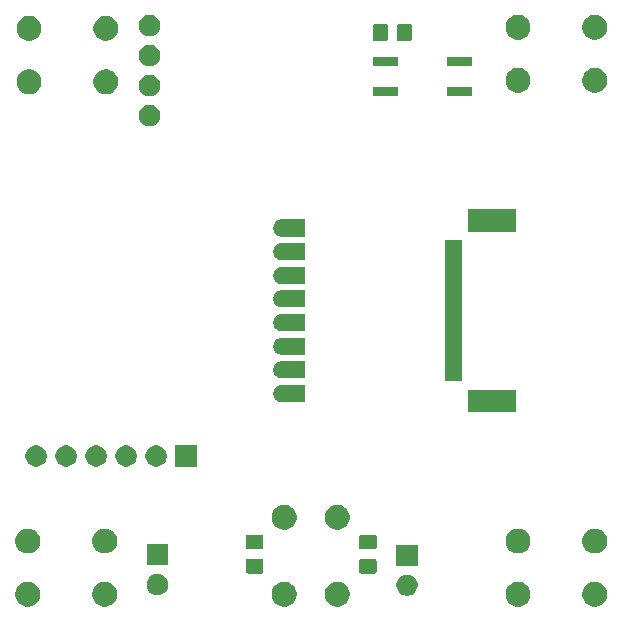
<source format=gbr>
G04 #@! TF.GenerationSoftware,KiCad,Pcbnew,(5.1.5-0-10_14)*
G04 #@! TF.CreationDate,2020-10-05T09:51:41+02:00*
G04 #@! TF.ProjectId,HB-RC-4-Dis-TH,48422d52-432d-4342-9d44-69732d54482e,rev?*
G04 #@! TF.SameCoordinates,Original*
G04 #@! TF.FileFunction,Soldermask,Top*
G04 #@! TF.FilePolarity,Negative*
%FSLAX46Y46*%
G04 Gerber Fmt 4.6, Leading zero omitted, Abs format (unit mm)*
G04 Created by KiCad (PCBNEW (5.1.5-0-10_14)) date 2020-10-05 09:51:41*
%MOMM*%
%LPD*%
G04 APERTURE LIST*
%ADD10C,0.100000*%
G04 APERTURE END LIST*
D10*
G36*
X63646564Y-61919389D02*
G01*
X63837833Y-61998615D01*
X63837835Y-61998616D01*
X63961517Y-62081258D01*
X64009973Y-62113635D01*
X64156365Y-62260027D01*
X64271385Y-62432167D01*
X64350611Y-62623436D01*
X64391000Y-62826484D01*
X64391000Y-63033516D01*
X64350611Y-63236564D01*
X64271385Y-63427833D01*
X64271384Y-63427835D01*
X64156365Y-63599973D01*
X64009973Y-63746365D01*
X63837835Y-63861384D01*
X63837834Y-63861385D01*
X63837833Y-63861385D01*
X63646564Y-63940611D01*
X63443516Y-63981000D01*
X63236484Y-63981000D01*
X63033436Y-63940611D01*
X62842167Y-63861385D01*
X62842166Y-63861385D01*
X62842165Y-63861384D01*
X62670027Y-63746365D01*
X62523635Y-63599973D01*
X62408616Y-63427835D01*
X62408615Y-63427833D01*
X62329389Y-63236564D01*
X62289000Y-63033516D01*
X62289000Y-62826484D01*
X62329389Y-62623436D01*
X62408615Y-62432167D01*
X62523635Y-62260027D01*
X62670027Y-62113635D01*
X62718483Y-62081258D01*
X62842165Y-61998616D01*
X62842167Y-61998615D01*
X63033436Y-61919389D01*
X63236484Y-61879000D01*
X63443516Y-61879000D01*
X63646564Y-61919389D01*
G37*
G36*
X57146564Y-61919389D02*
G01*
X57337833Y-61998615D01*
X57337835Y-61998616D01*
X57461517Y-62081258D01*
X57509973Y-62113635D01*
X57656365Y-62260027D01*
X57771385Y-62432167D01*
X57850611Y-62623436D01*
X57891000Y-62826484D01*
X57891000Y-63033516D01*
X57850611Y-63236564D01*
X57771385Y-63427833D01*
X57771384Y-63427835D01*
X57656365Y-63599973D01*
X57509973Y-63746365D01*
X57337835Y-63861384D01*
X57337834Y-63861385D01*
X57337833Y-63861385D01*
X57146564Y-63940611D01*
X56943516Y-63981000D01*
X56736484Y-63981000D01*
X56533436Y-63940611D01*
X56342167Y-63861385D01*
X56342166Y-63861385D01*
X56342165Y-63861384D01*
X56170027Y-63746365D01*
X56023635Y-63599973D01*
X55908616Y-63427835D01*
X55908615Y-63427833D01*
X55829389Y-63236564D01*
X55789000Y-63033516D01*
X55789000Y-62826484D01*
X55829389Y-62623436D01*
X55908615Y-62432167D01*
X56023635Y-62260027D01*
X56170027Y-62113635D01*
X56218483Y-62081258D01*
X56342165Y-61998616D01*
X56342167Y-61998615D01*
X56533436Y-61919389D01*
X56736484Y-61879000D01*
X56943516Y-61879000D01*
X57146564Y-61919389D01*
G37*
G36*
X41846564Y-61919389D02*
G01*
X42037833Y-61998615D01*
X42037835Y-61998616D01*
X42161517Y-62081258D01*
X42209973Y-62113635D01*
X42356365Y-62260027D01*
X42471385Y-62432167D01*
X42550611Y-62623436D01*
X42591000Y-62826484D01*
X42591000Y-63033516D01*
X42550611Y-63236564D01*
X42471385Y-63427833D01*
X42471384Y-63427835D01*
X42356365Y-63599973D01*
X42209973Y-63746365D01*
X42037835Y-63861384D01*
X42037834Y-63861385D01*
X42037833Y-63861385D01*
X41846564Y-63940611D01*
X41643516Y-63981000D01*
X41436484Y-63981000D01*
X41233436Y-63940611D01*
X41042167Y-63861385D01*
X41042166Y-63861385D01*
X41042165Y-63861384D01*
X40870027Y-63746365D01*
X40723635Y-63599973D01*
X40608616Y-63427835D01*
X40608615Y-63427833D01*
X40529389Y-63236564D01*
X40489000Y-63033516D01*
X40489000Y-62826484D01*
X40529389Y-62623436D01*
X40608615Y-62432167D01*
X40723635Y-62260027D01*
X40870027Y-62113635D01*
X40918483Y-62081258D01*
X41042165Y-61998616D01*
X41042167Y-61998615D01*
X41233436Y-61919389D01*
X41436484Y-61879000D01*
X41643516Y-61879000D01*
X41846564Y-61919389D01*
G37*
G36*
X37346564Y-61919389D02*
G01*
X37537833Y-61998615D01*
X37537835Y-61998616D01*
X37661517Y-62081258D01*
X37709973Y-62113635D01*
X37856365Y-62260027D01*
X37971385Y-62432167D01*
X38050611Y-62623436D01*
X38091000Y-62826484D01*
X38091000Y-63033516D01*
X38050611Y-63236564D01*
X37971385Y-63427833D01*
X37971384Y-63427835D01*
X37856365Y-63599973D01*
X37709973Y-63746365D01*
X37537835Y-63861384D01*
X37537834Y-63861385D01*
X37537833Y-63861385D01*
X37346564Y-63940611D01*
X37143516Y-63981000D01*
X36936484Y-63981000D01*
X36733436Y-63940611D01*
X36542167Y-63861385D01*
X36542166Y-63861385D01*
X36542165Y-63861384D01*
X36370027Y-63746365D01*
X36223635Y-63599973D01*
X36108616Y-63427835D01*
X36108615Y-63427833D01*
X36029389Y-63236564D01*
X35989000Y-63033516D01*
X35989000Y-62826484D01*
X36029389Y-62623436D01*
X36108615Y-62432167D01*
X36223635Y-62260027D01*
X36370027Y-62113635D01*
X36418483Y-62081258D01*
X36542165Y-61998616D01*
X36542167Y-61998615D01*
X36733436Y-61919389D01*
X36936484Y-61879000D01*
X37143516Y-61879000D01*
X37346564Y-61919389D01*
G37*
G36*
X22146564Y-61919389D02*
G01*
X22337833Y-61998615D01*
X22337835Y-61998616D01*
X22461517Y-62081258D01*
X22509973Y-62113635D01*
X22656365Y-62260027D01*
X22771385Y-62432167D01*
X22850611Y-62623436D01*
X22891000Y-62826484D01*
X22891000Y-63033516D01*
X22850611Y-63236564D01*
X22771385Y-63427833D01*
X22771384Y-63427835D01*
X22656365Y-63599973D01*
X22509973Y-63746365D01*
X22337835Y-63861384D01*
X22337834Y-63861385D01*
X22337833Y-63861385D01*
X22146564Y-63940611D01*
X21943516Y-63981000D01*
X21736484Y-63981000D01*
X21533436Y-63940611D01*
X21342167Y-63861385D01*
X21342166Y-63861385D01*
X21342165Y-63861384D01*
X21170027Y-63746365D01*
X21023635Y-63599973D01*
X20908616Y-63427835D01*
X20908615Y-63427833D01*
X20829389Y-63236564D01*
X20789000Y-63033516D01*
X20789000Y-62826484D01*
X20829389Y-62623436D01*
X20908615Y-62432167D01*
X21023635Y-62260027D01*
X21170027Y-62113635D01*
X21218483Y-62081258D01*
X21342165Y-61998616D01*
X21342167Y-61998615D01*
X21533436Y-61919389D01*
X21736484Y-61879000D01*
X21943516Y-61879000D01*
X22146564Y-61919389D01*
G37*
G36*
X15646564Y-61919389D02*
G01*
X15837833Y-61998615D01*
X15837835Y-61998616D01*
X15961517Y-62081258D01*
X16009973Y-62113635D01*
X16156365Y-62260027D01*
X16271385Y-62432167D01*
X16350611Y-62623436D01*
X16391000Y-62826484D01*
X16391000Y-63033516D01*
X16350611Y-63236564D01*
X16271385Y-63427833D01*
X16271384Y-63427835D01*
X16156365Y-63599973D01*
X16009973Y-63746365D01*
X15837835Y-63861384D01*
X15837834Y-63861385D01*
X15837833Y-63861385D01*
X15646564Y-63940611D01*
X15443516Y-63981000D01*
X15236484Y-63981000D01*
X15033436Y-63940611D01*
X14842167Y-63861385D01*
X14842166Y-63861385D01*
X14842165Y-63861384D01*
X14670027Y-63746365D01*
X14523635Y-63599973D01*
X14408616Y-63427835D01*
X14408615Y-63427833D01*
X14329389Y-63236564D01*
X14289000Y-63033516D01*
X14289000Y-62826484D01*
X14329389Y-62623436D01*
X14408615Y-62432167D01*
X14523635Y-62260027D01*
X14670027Y-62113635D01*
X14718483Y-62081258D01*
X14842165Y-61998616D01*
X14842167Y-61998615D01*
X15033436Y-61919389D01*
X15236484Y-61879000D01*
X15443516Y-61879000D01*
X15646564Y-61919389D01*
G37*
G36*
X47553512Y-61273927D02*
G01*
X47702812Y-61303624D01*
X47866784Y-61371544D01*
X48014354Y-61470147D01*
X48139853Y-61595646D01*
X48238456Y-61743216D01*
X48306376Y-61907188D01*
X48341000Y-62081259D01*
X48341000Y-62258741D01*
X48306376Y-62432812D01*
X48238456Y-62596784D01*
X48139853Y-62744354D01*
X48014354Y-62869853D01*
X47866784Y-62968456D01*
X47702812Y-63036376D01*
X47553512Y-63066073D01*
X47528742Y-63071000D01*
X47351258Y-63071000D01*
X47326488Y-63066073D01*
X47177188Y-63036376D01*
X47013216Y-62968456D01*
X46865646Y-62869853D01*
X46740147Y-62744354D01*
X46641544Y-62596784D01*
X46573624Y-62432812D01*
X46539000Y-62258741D01*
X46539000Y-62081259D01*
X46573624Y-61907188D01*
X46641544Y-61743216D01*
X46740147Y-61595646D01*
X46865646Y-61470147D01*
X47013216Y-61371544D01*
X47177188Y-61303624D01*
X47326488Y-61273927D01*
X47351258Y-61269000D01*
X47528742Y-61269000D01*
X47553512Y-61273927D01*
G37*
G36*
X26413512Y-61233927D02*
G01*
X26562812Y-61263624D01*
X26726784Y-61331544D01*
X26874354Y-61430147D01*
X26999853Y-61555646D01*
X27098456Y-61703216D01*
X27166376Y-61867188D01*
X27201000Y-62041259D01*
X27201000Y-62218741D01*
X27166376Y-62392812D01*
X27098456Y-62556784D01*
X26999853Y-62704354D01*
X26874354Y-62829853D01*
X26726784Y-62928456D01*
X26562812Y-62996376D01*
X26413512Y-63026073D01*
X26388742Y-63031000D01*
X26211258Y-63031000D01*
X26186488Y-63026073D01*
X26037188Y-62996376D01*
X25873216Y-62928456D01*
X25725646Y-62829853D01*
X25600147Y-62704354D01*
X25501544Y-62556784D01*
X25433624Y-62392812D01*
X25399000Y-62218741D01*
X25399000Y-62041259D01*
X25433624Y-61867188D01*
X25501544Y-61703216D01*
X25600147Y-61555646D01*
X25725646Y-61430147D01*
X25873216Y-61331544D01*
X26037188Y-61263624D01*
X26186488Y-61233927D01*
X26211258Y-61229000D01*
X26388742Y-61229000D01*
X26413512Y-61233927D01*
G37*
G36*
X35128674Y-59933465D02*
G01*
X35166367Y-59944899D01*
X35201103Y-59963466D01*
X35231548Y-59988452D01*
X35256534Y-60018897D01*
X35275101Y-60053633D01*
X35286535Y-60091326D01*
X35291000Y-60136661D01*
X35291000Y-60973339D01*
X35286535Y-61018674D01*
X35275101Y-61056367D01*
X35256534Y-61091103D01*
X35231548Y-61121548D01*
X35201103Y-61146534D01*
X35166367Y-61165101D01*
X35128674Y-61176535D01*
X35083339Y-61181000D01*
X33996661Y-61181000D01*
X33951326Y-61176535D01*
X33913633Y-61165101D01*
X33878897Y-61146534D01*
X33848452Y-61121548D01*
X33823466Y-61091103D01*
X33804899Y-61056367D01*
X33793465Y-61018674D01*
X33789000Y-60973339D01*
X33789000Y-60136661D01*
X33793465Y-60091326D01*
X33804899Y-60053633D01*
X33823466Y-60018897D01*
X33848452Y-59988452D01*
X33878897Y-59963466D01*
X33913633Y-59944899D01*
X33951326Y-59933465D01*
X33996661Y-59929000D01*
X35083339Y-59929000D01*
X35128674Y-59933465D01*
G37*
G36*
X44708674Y-59933465D02*
G01*
X44746367Y-59944899D01*
X44781103Y-59963466D01*
X44811548Y-59988452D01*
X44836534Y-60018897D01*
X44855101Y-60053633D01*
X44866535Y-60091326D01*
X44871000Y-60136661D01*
X44871000Y-60973339D01*
X44866535Y-61018674D01*
X44855101Y-61056367D01*
X44836534Y-61091103D01*
X44811548Y-61121548D01*
X44781103Y-61146534D01*
X44746367Y-61165101D01*
X44708674Y-61176535D01*
X44663339Y-61181000D01*
X43576661Y-61181000D01*
X43531326Y-61176535D01*
X43493633Y-61165101D01*
X43458897Y-61146534D01*
X43428452Y-61121548D01*
X43403466Y-61091103D01*
X43384899Y-61056367D01*
X43373465Y-61018674D01*
X43369000Y-60973339D01*
X43369000Y-60136661D01*
X43373465Y-60091326D01*
X43384899Y-60053633D01*
X43403466Y-60018897D01*
X43428452Y-59988452D01*
X43458897Y-59963466D01*
X43493633Y-59944899D01*
X43531326Y-59933465D01*
X43576661Y-59929000D01*
X44663339Y-59929000D01*
X44708674Y-59933465D01*
G37*
G36*
X48341000Y-60531000D02*
G01*
X46539000Y-60531000D01*
X46539000Y-58729000D01*
X48341000Y-58729000D01*
X48341000Y-60531000D01*
G37*
G36*
X27201000Y-60491000D02*
G01*
X25399000Y-60491000D01*
X25399000Y-58689000D01*
X27201000Y-58689000D01*
X27201000Y-60491000D01*
G37*
G36*
X15646564Y-57419389D02*
G01*
X15837833Y-57498615D01*
X15837835Y-57498616D01*
X16009973Y-57613635D01*
X16156365Y-57760027D01*
X16258890Y-57913466D01*
X16271385Y-57932167D01*
X16350611Y-58123436D01*
X16391000Y-58326484D01*
X16391000Y-58533516D01*
X16350611Y-58736564D01*
X16299968Y-58858827D01*
X16271384Y-58927835D01*
X16156365Y-59099973D01*
X16009973Y-59246365D01*
X15837835Y-59361384D01*
X15837834Y-59361385D01*
X15837833Y-59361385D01*
X15646564Y-59440611D01*
X15443516Y-59481000D01*
X15236484Y-59481000D01*
X15033436Y-59440611D01*
X14842167Y-59361385D01*
X14842166Y-59361385D01*
X14842165Y-59361384D01*
X14670027Y-59246365D01*
X14523635Y-59099973D01*
X14408616Y-58927835D01*
X14380032Y-58858827D01*
X14329389Y-58736564D01*
X14289000Y-58533516D01*
X14289000Y-58326484D01*
X14329389Y-58123436D01*
X14408615Y-57932167D01*
X14421111Y-57913466D01*
X14523635Y-57760027D01*
X14670027Y-57613635D01*
X14842165Y-57498616D01*
X14842167Y-57498615D01*
X15033436Y-57419389D01*
X15236484Y-57379000D01*
X15443516Y-57379000D01*
X15646564Y-57419389D01*
G37*
G36*
X22146564Y-57419389D02*
G01*
X22337833Y-57498615D01*
X22337835Y-57498616D01*
X22509973Y-57613635D01*
X22656365Y-57760027D01*
X22758890Y-57913466D01*
X22771385Y-57932167D01*
X22850611Y-58123436D01*
X22891000Y-58326484D01*
X22891000Y-58533516D01*
X22850611Y-58736564D01*
X22799968Y-58858827D01*
X22771384Y-58927835D01*
X22656365Y-59099973D01*
X22509973Y-59246365D01*
X22337835Y-59361384D01*
X22337834Y-59361385D01*
X22337833Y-59361385D01*
X22146564Y-59440611D01*
X21943516Y-59481000D01*
X21736484Y-59481000D01*
X21533436Y-59440611D01*
X21342167Y-59361385D01*
X21342166Y-59361385D01*
X21342165Y-59361384D01*
X21170027Y-59246365D01*
X21023635Y-59099973D01*
X20908616Y-58927835D01*
X20880032Y-58858827D01*
X20829389Y-58736564D01*
X20789000Y-58533516D01*
X20789000Y-58326484D01*
X20829389Y-58123436D01*
X20908615Y-57932167D01*
X20921111Y-57913466D01*
X21023635Y-57760027D01*
X21170027Y-57613635D01*
X21342165Y-57498616D01*
X21342167Y-57498615D01*
X21533436Y-57419389D01*
X21736484Y-57379000D01*
X21943516Y-57379000D01*
X22146564Y-57419389D01*
G37*
G36*
X57146564Y-57419389D02*
G01*
X57337833Y-57498615D01*
X57337835Y-57498616D01*
X57509973Y-57613635D01*
X57656365Y-57760027D01*
X57758890Y-57913466D01*
X57771385Y-57932167D01*
X57850611Y-58123436D01*
X57891000Y-58326484D01*
X57891000Y-58533516D01*
X57850611Y-58736564D01*
X57799968Y-58858827D01*
X57771384Y-58927835D01*
X57656365Y-59099973D01*
X57509973Y-59246365D01*
X57337835Y-59361384D01*
X57337834Y-59361385D01*
X57337833Y-59361385D01*
X57146564Y-59440611D01*
X56943516Y-59481000D01*
X56736484Y-59481000D01*
X56533436Y-59440611D01*
X56342167Y-59361385D01*
X56342166Y-59361385D01*
X56342165Y-59361384D01*
X56170027Y-59246365D01*
X56023635Y-59099973D01*
X55908616Y-58927835D01*
X55880032Y-58858827D01*
X55829389Y-58736564D01*
X55789000Y-58533516D01*
X55789000Y-58326484D01*
X55829389Y-58123436D01*
X55908615Y-57932167D01*
X55921111Y-57913466D01*
X56023635Y-57760027D01*
X56170027Y-57613635D01*
X56342165Y-57498616D01*
X56342167Y-57498615D01*
X56533436Y-57419389D01*
X56736484Y-57379000D01*
X56943516Y-57379000D01*
X57146564Y-57419389D01*
G37*
G36*
X63646564Y-57419389D02*
G01*
X63837833Y-57498615D01*
X63837835Y-57498616D01*
X64009973Y-57613635D01*
X64156365Y-57760027D01*
X64258890Y-57913466D01*
X64271385Y-57932167D01*
X64350611Y-58123436D01*
X64391000Y-58326484D01*
X64391000Y-58533516D01*
X64350611Y-58736564D01*
X64299968Y-58858827D01*
X64271384Y-58927835D01*
X64156365Y-59099973D01*
X64009973Y-59246365D01*
X63837835Y-59361384D01*
X63837834Y-59361385D01*
X63837833Y-59361385D01*
X63646564Y-59440611D01*
X63443516Y-59481000D01*
X63236484Y-59481000D01*
X63033436Y-59440611D01*
X62842167Y-59361385D01*
X62842166Y-59361385D01*
X62842165Y-59361384D01*
X62670027Y-59246365D01*
X62523635Y-59099973D01*
X62408616Y-58927835D01*
X62380032Y-58858827D01*
X62329389Y-58736564D01*
X62289000Y-58533516D01*
X62289000Y-58326484D01*
X62329389Y-58123436D01*
X62408615Y-57932167D01*
X62421111Y-57913466D01*
X62523635Y-57760027D01*
X62670027Y-57613635D01*
X62842165Y-57498616D01*
X62842167Y-57498615D01*
X63033436Y-57419389D01*
X63236484Y-57379000D01*
X63443516Y-57379000D01*
X63646564Y-57419389D01*
G37*
G36*
X35128674Y-57883465D02*
G01*
X35166367Y-57894899D01*
X35201103Y-57913466D01*
X35231548Y-57938452D01*
X35256534Y-57968897D01*
X35275101Y-58003633D01*
X35286535Y-58041326D01*
X35291000Y-58086661D01*
X35291000Y-58923339D01*
X35286535Y-58968674D01*
X35275101Y-59006367D01*
X35256534Y-59041103D01*
X35231548Y-59071548D01*
X35201103Y-59096534D01*
X35166367Y-59115101D01*
X35128674Y-59126535D01*
X35083339Y-59131000D01*
X33996661Y-59131000D01*
X33951326Y-59126535D01*
X33913633Y-59115101D01*
X33878897Y-59096534D01*
X33848452Y-59071548D01*
X33823466Y-59041103D01*
X33804899Y-59006367D01*
X33793465Y-58968674D01*
X33789000Y-58923339D01*
X33789000Y-58086661D01*
X33793465Y-58041326D01*
X33804899Y-58003633D01*
X33823466Y-57968897D01*
X33848452Y-57938452D01*
X33878897Y-57913466D01*
X33913633Y-57894899D01*
X33951326Y-57883465D01*
X33996661Y-57879000D01*
X35083339Y-57879000D01*
X35128674Y-57883465D01*
G37*
G36*
X44708674Y-57883465D02*
G01*
X44746367Y-57894899D01*
X44781103Y-57913466D01*
X44811548Y-57938452D01*
X44836534Y-57968897D01*
X44855101Y-58003633D01*
X44866535Y-58041326D01*
X44871000Y-58086661D01*
X44871000Y-58923339D01*
X44866535Y-58968674D01*
X44855101Y-59006367D01*
X44836534Y-59041103D01*
X44811548Y-59071548D01*
X44781103Y-59096534D01*
X44746367Y-59115101D01*
X44708674Y-59126535D01*
X44663339Y-59131000D01*
X43576661Y-59131000D01*
X43531326Y-59126535D01*
X43493633Y-59115101D01*
X43458897Y-59096534D01*
X43428452Y-59071548D01*
X43403466Y-59041103D01*
X43384899Y-59006367D01*
X43373465Y-58968674D01*
X43369000Y-58923339D01*
X43369000Y-58086661D01*
X43373465Y-58041326D01*
X43384899Y-58003633D01*
X43403466Y-57968897D01*
X43428452Y-57938452D01*
X43458897Y-57913466D01*
X43493633Y-57894899D01*
X43531326Y-57883465D01*
X43576661Y-57879000D01*
X44663339Y-57879000D01*
X44708674Y-57883465D01*
G37*
G36*
X37346564Y-55419389D02*
G01*
X37537833Y-55498615D01*
X37537835Y-55498616D01*
X37709973Y-55613635D01*
X37856365Y-55760027D01*
X37971385Y-55932167D01*
X38050611Y-56123436D01*
X38091000Y-56326484D01*
X38091000Y-56533516D01*
X38050611Y-56736564D01*
X37971385Y-56927833D01*
X37971384Y-56927835D01*
X37856365Y-57099973D01*
X37709973Y-57246365D01*
X37537835Y-57361384D01*
X37537834Y-57361385D01*
X37537833Y-57361385D01*
X37346564Y-57440611D01*
X37143516Y-57481000D01*
X36936484Y-57481000D01*
X36733436Y-57440611D01*
X36542167Y-57361385D01*
X36542166Y-57361385D01*
X36542165Y-57361384D01*
X36370027Y-57246365D01*
X36223635Y-57099973D01*
X36108616Y-56927835D01*
X36108615Y-56927833D01*
X36029389Y-56736564D01*
X35989000Y-56533516D01*
X35989000Y-56326484D01*
X36029389Y-56123436D01*
X36108615Y-55932167D01*
X36223635Y-55760027D01*
X36370027Y-55613635D01*
X36542165Y-55498616D01*
X36542167Y-55498615D01*
X36733436Y-55419389D01*
X36936484Y-55379000D01*
X37143516Y-55379000D01*
X37346564Y-55419389D01*
G37*
G36*
X41846564Y-55419389D02*
G01*
X42037833Y-55498615D01*
X42037835Y-55498616D01*
X42209973Y-55613635D01*
X42356365Y-55760027D01*
X42471385Y-55932167D01*
X42550611Y-56123436D01*
X42591000Y-56326484D01*
X42591000Y-56533516D01*
X42550611Y-56736564D01*
X42471385Y-56927833D01*
X42471384Y-56927835D01*
X42356365Y-57099973D01*
X42209973Y-57246365D01*
X42037835Y-57361384D01*
X42037834Y-57361385D01*
X42037833Y-57361385D01*
X41846564Y-57440611D01*
X41643516Y-57481000D01*
X41436484Y-57481000D01*
X41233436Y-57440611D01*
X41042167Y-57361385D01*
X41042166Y-57361385D01*
X41042165Y-57361384D01*
X40870027Y-57246365D01*
X40723635Y-57099973D01*
X40608616Y-56927835D01*
X40608615Y-56927833D01*
X40529389Y-56736564D01*
X40489000Y-56533516D01*
X40489000Y-56326484D01*
X40529389Y-56123436D01*
X40608615Y-55932167D01*
X40723635Y-55760027D01*
X40870027Y-55613635D01*
X41042165Y-55498616D01*
X41042167Y-55498615D01*
X41233436Y-55419389D01*
X41436484Y-55379000D01*
X41643516Y-55379000D01*
X41846564Y-55419389D01*
G37*
G36*
X29641000Y-52131000D02*
G01*
X27839000Y-52131000D01*
X27839000Y-50329000D01*
X29641000Y-50329000D01*
X29641000Y-52131000D01*
G37*
G36*
X26313512Y-50333927D02*
G01*
X26462812Y-50363624D01*
X26626784Y-50431544D01*
X26774354Y-50530147D01*
X26899853Y-50655646D01*
X26998456Y-50803216D01*
X27066376Y-50967188D01*
X27101000Y-51141259D01*
X27101000Y-51318741D01*
X27066376Y-51492812D01*
X26998456Y-51656784D01*
X26899853Y-51804354D01*
X26774354Y-51929853D01*
X26626784Y-52028456D01*
X26462812Y-52096376D01*
X26313512Y-52126073D01*
X26288742Y-52131000D01*
X26111258Y-52131000D01*
X26086488Y-52126073D01*
X25937188Y-52096376D01*
X25773216Y-52028456D01*
X25625646Y-51929853D01*
X25500147Y-51804354D01*
X25401544Y-51656784D01*
X25333624Y-51492812D01*
X25299000Y-51318741D01*
X25299000Y-51141259D01*
X25333624Y-50967188D01*
X25401544Y-50803216D01*
X25500147Y-50655646D01*
X25625646Y-50530147D01*
X25773216Y-50431544D01*
X25937188Y-50363624D01*
X26086488Y-50333927D01*
X26111258Y-50329000D01*
X26288742Y-50329000D01*
X26313512Y-50333927D01*
G37*
G36*
X23773512Y-50333927D02*
G01*
X23922812Y-50363624D01*
X24086784Y-50431544D01*
X24234354Y-50530147D01*
X24359853Y-50655646D01*
X24458456Y-50803216D01*
X24526376Y-50967188D01*
X24561000Y-51141259D01*
X24561000Y-51318741D01*
X24526376Y-51492812D01*
X24458456Y-51656784D01*
X24359853Y-51804354D01*
X24234354Y-51929853D01*
X24086784Y-52028456D01*
X23922812Y-52096376D01*
X23773512Y-52126073D01*
X23748742Y-52131000D01*
X23571258Y-52131000D01*
X23546488Y-52126073D01*
X23397188Y-52096376D01*
X23233216Y-52028456D01*
X23085646Y-51929853D01*
X22960147Y-51804354D01*
X22861544Y-51656784D01*
X22793624Y-51492812D01*
X22759000Y-51318741D01*
X22759000Y-51141259D01*
X22793624Y-50967188D01*
X22861544Y-50803216D01*
X22960147Y-50655646D01*
X23085646Y-50530147D01*
X23233216Y-50431544D01*
X23397188Y-50363624D01*
X23546488Y-50333927D01*
X23571258Y-50329000D01*
X23748742Y-50329000D01*
X23773512Y-50333927D01*
G37*
G36*
X21233512Y-50333927D02*
G01*
X21382812Y-50363624D01*
X21546784Y-50431544D01*
X21694354Y-50530147D01*
X21819853Y-50655646D01*
X21918456Y-50803216D01*
X21986376Y-50967188D01*
X22021000Y-51141259D01*
X22021000Y-51318741D01*
X21986376Y-51492812D01*
X21918456Y-51656784D01*
X21819853Y-51804354D01*
X21694354Y-51929853D01*
X21546784Y-52028456D01*
X21382812Y-52096376D01*
X21233512Y-52126073D01*
X21208742Y-52131000D01*
X21031258Y-52131000D01*
X21006488Y-52126073D01*
X20857188Y-52096376D01*
X20693216Y-52028456D01*
X20545646Y-51929853D01*
X20420147Y-51804354D01*
X20321544Y-51656784D01*
X20253624Y-51492812D01*
X20219000Y-51318741D01*
X20219000Y-51141259D01*
X20253624Y-50967188D01*
X20321544Y-50803216D01*
X20420147Y-50655646D01*
X20545646Y-50530147D01*
X20693216Y-50431544D01*
X20857188Y-50363624D01*
X21006488Y-50333927D01*
X21031258Y-50329000D01*
X21208742Y-50329000D01*
X21233512Y-50333927D01*
G37*
G36*
X16153512Y-50333927D02*
G01*
X16302812Y-50363624D01*
X16466784Y-50431544D01*
X16614354Y-50530147D01*
X16739853Y-50655646D01*
X16838456Y-50803216D01*
X16906376Y-50967188D01*
X16941000Y-51141259D01*
X16941000Y-51318741D01*
X16906376Y-51492812D01*
X16838456Y-51656784D01*
X16739853Y-51804354D01*
X16614354Y-51929853D01*
X16466784Y-52028456D01*
X16302812Y-52096376D01*
X16153512Y-52126073D01*
X16128742Y-52131000D01*
X15951258Y-52131000D01*
X15926488Y-52126073D01*
X15777188Y-52096376D01*
X15613216Y-52028456D01*
X15465646Y-51929853D01*
X15340147Y-51804354D01*
X15241544Y-51656784D01*
X15173624Y-51492812D01*
X15139000Y-51318741D01*
X15139000Y-51141259D01*
X15173624Y-50967188D01*
X15241544Y-50803216D01*
X15340147Y-50655646D01*
X15465646Y-50530147D01*
X15613216Y-50431544D01*
X15777188Y-50363624D01*
X15926488Y-50333927D01*
X15951258Y-50329000D01*
X16128742Y-50329000D01*
X16153512Y-50333927D01*
G37*
G36*
X18693512Y-50333927D02*
G01*
X18842812Y-50363624D01*
X19006784Y-50431544D01*
X19154354Y-50530147D01*
X19279853Y-50655646D01*
X19378456Y-50803216D01*
X19446376Y-50967188D01*
X19481000Y-51141259D01*
X19481000Y-51318741D01*
X19446376Y-51492812D01*
X19378456Y-51656784D01*
X19279853Y-51804354D01*
X19154354Y-51929853D01*
X19006784Y-52028456D01*
X18842812Y-52096376D01*
X18693512Y-52126073D01*
X18668742Y-52131000D01*
X18491258Y-52131000D01*
X18466488Y-52126073D01*
X18317188Y-52096376D01*
X18153216Y-52028456D01*
X18005646Y-51929853D01*
X17880147Y-51804354D01*
X17781544Y-51656784D01*
X17713624Y-51492812D01*
X17679000Y-51318741D01*
X17679000Y-51141259D01*
X17713624Y-50967188D01*
X17781544Y-50803216D01*
X17880147Y-50655646D01*
X18005646Y-50530147D01*
X18153216Y-50431544D01*
X18317188Y-50363624D01*
X18466488Y-50333927D01*
X18491258Y-50329000D01*
X18668742Y-50329000D01*
X18693512Y-50333927D01*
G37*
G36*
X56691000Y-47531000D02*
G01*
X52589000Y-47531000D01*
X52589000Y-45629000D01*
X56691000Y-45629000D01*
X56691000Y-47531000D01*
G37*
G36*
X38791000Y-46656000D02*
G01*
X36768494Y-46656000D01*
X36628234Y-46628101D01*
X36496112Y-46573374D01*
X36496111Y-46573374D01*
X36496110Y-46573373D01*
X36377202Y-46493921D01*
X36276079Y-46392798D01*
X36196627Y-46273890D01*
X36196626Y-46273888D01*
X36141899Y-46141766D01*
X36114000Y-46001506D01*
X36114000Y-45858494D01*
X36141899Y-45718234D01*
X36196626Y-45586112D01*
X36276078Y-45467204D01*
X36276079Y-45467202D01*
X36377202Y-45366079D01*
X36496110Y-45286627D01*
X36496112Y-45286626D01*
X36628234Y-45231899D01*
X36768494Y-45204000D01*
X38791000Y-45204000D01*
X38791000Y-46656000D01*
G37*
G36*
X52091000Y-44881000D02*
G01*
X50689000Y-44881000D01*
X50689000Y-32979000D01*
X52091000Y-32979000D01*
X52091000Y-44881000D01*
G37*
G36*
X38791000Y-44656000D02*
G01*
X36768494Y-44656000D01*
X36628234Y-44628101D01*
X36496112Y-44573374D01*
X36496111Y-44573374D01*
X36496110Y-44573373D01*
X36377202Y-44493921D01*
X36276079Y-44392798D01*
X36196627Y-44273890D01*
X36196626Y-44273888D01*
X36141899Y-44141766D01*
X36114000Y-44001506D01*
X36114000Y-43858494D01*
X36141899Y-43718234D01*
X36196626Y-43586112D01*
X36276078Y-43467204D01*
X36276079Y-43467202D01*
X36377202Y-43366079D01*
X36496110Y-43286627D01*
X36496112Y-43286626D01*
X36628234Y-43231899D01*
X36768494Y-43204000D01*
X38791000Y-43204000D01*
X38791000Y-44656000D01*
G37*
G36*
X38791000Y-42656000D02*
G01*
X36768494Y-42656000D01*
X36628234Y-42628101D01*
X36496112Y-42573374D01*
X36496111Y-42573374D01*
X36496110Y-42573373D01*
X36377202Y-42493921D01*
X36276079Y-42392798D01*
X36196627Y-42273890D01*
X36196626Y-42273888D01*
X36141899Y-42141766D01*
X36114000Y-42001506D01*
X36114000Y-41858494D01*
X36141899Y-41718234D01*
X36196626Y-41586112D01*
X36276078Y-41467204D01*
X36276079Y-41467202D01*
X36377202Y-41366079D01*
X36496110Y-41286627D01*
X36496112Y-41286626D01*
X36628234Y-41231899D01*
X36768494Y-41204000D01*
X38791000Y-41204000D01*
X38791000Y-42656000D01*
G37*
G36*
X38791000Y-40656000D02*
G01*
X36768494Y-40656000D01*
X36628234Y-40628101D01*
X36496112Y-40573374D01*
X36496111Y-40573374D01*
X36496110Y-40573373D01*
X36377202Y-40493921D01*
X36276079Y-40392798D01*
X36196627Y-40273890D01*
X36196626Y-40273888D01*
X36141899Y-40141766D01*
X36114000Y-40001506D01*
X36114000Y-39858494D01*
X36141899Y-39718234D01*
X36196626Y-39586112D01*
X36276078Y-39467204D01*
X36276079Y-39467202D01*
X36377202Y-39366079D01*
X36496110Y-39286627D01*
X36496112Y-39286626D01*
X36628234Y-39231899D01*
X36768494Y-39204000D01*
X38791000Y-39204000D01*
X38791000Y-40656000D01*
G37*
G36*
X38791000Y-38656000D02*
G01*
X36768494Y-38656000D01*
X36628234Y-38628101D01*
X36496112Y-38573374D01*
X36496111Y-38573374D01*
X36496110Y-38573373D01*
X36377202Y-38493921D01*
X36276079Y-38392798D01*
X36196627Y-38273890D01*
X36196626Y-38273888D01*
X36141899Y-38141766D01*
X36114000Y-38001506D01*
X36114000Y-37858494D01*
X36141899Y-37718234D01*
X36196626Y-37586112D01*
X36276078Y-37467204D01*
X36276079Y-37467202D01*
X36377202Y-37366079D01*
X36496110Y-37286627D01*
X36496112Y-37286626D01*
X36628234Y-37231899D01*
X36768494Y-37204000D01*
X38791000Y-37204000D01*
X38791000Y-38656000D01*
G37*
G36*
X38791000Y-36656000D02*
G01*
X36768494Y-36656000D01*
X36628234Y-36628101D01*
X36496112Y-36573374D01*
X36496111Y-36573374D01*
X36496110Y-36573373D01*
X36377202Y-36493921D01*
X36276079Y-36392798D01*
X36196627Y-36273890D01*
X36196626Y-36273888D01*
X36141899Y-36141766D01*
X36114000Y-36001506D01*
X36114000Y-35858494D01*
X36141899Y-35718234D01*
X36196626Y-35586112D01*
X36276078Y-35467204D01*
X36276079Y-35467202D01*
X36377202Y-35366079D01*
X36496110Y-35286627D01*
X36496112Y-35286626D01*
X36628234Y-35231899D01*
X36768494Y-35204000D01*
X38791000Y-35204000D01*
X38791000Y-36656000D01*
G37*
G36*
X38791000Y-34656000D02*
G01*
X36768494Y-34656000D01*
X36628234Y-34628101D01*
X36496112Y-34573374D01*
X36496111Y-34573374D01*
X36496110Y-34573373D01*
X36377202Y-34493921D01*
X36276079Y-34392798D01*
X36196627Y-34273890D01*
X36196626Y-34273888D01*
X36141899Y-34141766D01*
X36114000Y-34001506D01*
X36114000Y-33858494D01*
X36141899Y-33718234D01*
X36196626Y-33586112D01*
X36276078Y-33467204D01*
X36276079Y-33467202D01*
X36377202Y-33366079D01*
X36496110Y-33286627D01*
X36496112Y-33286626D01*
X36628234Y-33231899D01*
X36768494Y-33204000D01*
X38791000Y-33204000D01*
X38791000Y-34656000D01*
G37*
G36*
X38791000Y-32656000D02*
G01*
X36768494Y-32656000D01*
X36628234Y-32628101D01*
X36496112Y-32573374D01*
X36496111Y-32573374D01*
X36496110Y-32573373D01*
X36377202Y-32493921D01*
X36276079Y-32392798D01*
X36196627Y-32273890D01*
X36196626Y-32273888D01*
X36141899Y-32141766D01*
X36114000Y-32001506D01*
X36114000Y-31858494D01*
X36141899Y-31718234D01*
X36196626Y-31586112D01*
X36276078Y-31467204D01*
X36276079Y-31467202D01*
X36377202Y-31366079D01*
X36496110Y-31286627D01*
X36496112Y-31286626D01*
X36628234Y-31231899D01*
X36768494Y-31204000D01*
X38791000Y-31204000D01*
X38791000Y-32656000D01*
G37*
G36*
X56691000Y-32231000D02*
G01*
X52589000Y-32231000D01*
X52589000Y-30329000D01*
X56691000Y-30329000D01*
X56691000Y-32231000D01*
G37*
G36*
X25753512Y-21503927D02*
G01*
X25902812Y-21533624D01*
X26066784Y-21601544D01*
X26214354Y-21700147D01*
X26339853Y-21825646D01*
X26438456Y-21973216D01*
X26506376Y-22137188D01*
X26541000Y-22311259D01*
X26541000Y-22488741D01*
X26506376Y-22662812D01*
X26438456Y-22826784D01*
X26339853Y-22974354D01*
X26214354Y-23099853D01*
X26066784Y-23198456D01*
X25902812Y-23266376D01*
X25753512Y-23296073D01*
X25728742Y-23301000D01*
X25551258Y-23301000D01*
X25526488Y-23296073D01*
X25377188Y-23266376D01*
X25213216Y-23198456D01*
X25065646Y-23099853D01*
X24940147Y-22974354D01*
X24841544Y-22826784D01*
X24773624Y-22662812D01*
X24739000Y-22488741D01*
X24739000Y-22311259D01*
X24773624Y-22137188D01*
X24841544Y-21973216D01*
X24940147Y-21825646D01*
X25065646Y-21700147D01*
X25213216Y-21601544D01*
X25377188Y-21533624D01*
X25526488Y-21503927D01*
X25551258Y-21499000D01*
X25728742Y-21499000D01*
X25753512Y-21503927D01*
G37*
G36*
X25753512Y-18963927D02*
G01*
X25902812Y-18993624D01*
X26066784Y-19061544D01*
X26214354Y-19160147D01*
X26339853Y-19285646D01*
X26438456Y-19433216D01*
X26506376Y-19597188D01*
X26541000Y-19771259D01*
X26541000Y-19948741D01*
X26506376Y-20122812D01*
X26438456Y-20286784D01*
X26339853Y-20434354D01*
X26214354Y-20559853D01*
X26066784Y-20658456D01*
X25902812Y-20726376D01*
X25753512Y-20756073D01*
X25728742Y-20761000D01*
X25551258Y-20761000D01*
X25526488Y-20756073D01*
X25377188Y-20726376D01*
X25213216Y-20658456D01*
X25065646Y-20559853D01*
X24940147Y-20434354D01*
X24841544Y-20286784D01*
X24773624Y-20122812D01*
X24739000Y-19948741D01*
X24739000Y-19771259D01*
X24773624Y-19597188D01*
X24841544Y-19433216D01*
X24940147Y-19285646D01*
X25065646Y-19160147D01*
X25213216Y-19061544D01*
X25377188Y-18993624D01*
X25526488Y-18963927D01*
X25551258Y-18959000D01*
X25728742Y-18959000D01*
X25753512Y-18963927D01*
G37*
G36*
X46661000Y-20721000D02*
G01*
X44559000Y-20721000D01*
X44559000Y-19979000D01*
X46661000Y-19979000D01*
X46661000Y-20721000D01*
G37*
G36*
X52961000Y-20721000D02*
G01*
X50859000Y-20721000D01*
X50859000Y-19979000D01*
X52961000Y-19979000D01*
X52961000Y-20721000D01*
G37*
G36*
X15746564Y-18519389D02*
G01*
X15937833Y-18598615D01*
X15937835Y-18598616D01*
X16109973Y-18713635D01*
X16256365Y-18860027D01*
X16345632Y-18993624D01*
X16371385Y-19032167D01*
X16450611Y-19223436D01*
X16491000Y-19426484D01*
X16491000Y-19633516D01*
X16450611Y-19836564D01*
X16412806Y-19927833D01*
X16371384Y-20027835D01*
X16256365Y-20199973D01*
X16109973Y-20346365D01*
X15937835Y-20461384D01*
X15937834Y-20461385D01*
X15937833Y-20461385D01*
X15746564Y-20540611D01*
X15543516Y-20581000D01*
X15336484Y-20581000D01*
X15133436Y-20540611D01*
X14942167Y-20461385D01*
X14942166Y-20461385D01*
X14942165Y-20461384D01*
X14770027Y-20346365D01*
X14623635Y-20199973D01*
X14508616Y-20027835D01*
X14467194Y-19927833D01*
X14429389Y-19836564D01*
X14389000Y-19633516D01*
X14389000Y-19426484D01*
X14429389Y-19223436D01*
X14508615Y-19032167D01*
X14534369Y-18993624D01*
X14623635Y-18860027D01*
X14770027Y-18713635D01*
X14942165Y-18598616D01*
X14942167Y-18598615D01*
X15133436Y-18519389D01*
X15336484Y-18479000D01*
X15543516Y-18479000D01*
X15746564Y-18519389D01*
G37*
G36*
X22246564Y-18519389D02*
G01*
X22437833Y-18598615D01*
X22437835Y-18598616D01*
X22609973Y-18713635D01*
X22756365Y-18860027D01*
X22845632Y-18993624D01*
X22871385Y-19032167D01*
X22950611Y-19223436D01*
X22991000Y-19426484D01*
X22991000Y-19633516D01*
X22950611Y-19836564D01*
X22912806Y-19927833D01*
X22871384Y-20027835D01*
X22756365Y-20199973D01*
X22609973Y-20346365D01*
X22437835Y-20461384D01*
X22437834Y-20461385D01*
X22437833Y-20461385D01*
X22246564Y-20540611D01*
X22043516Y-20581000D01*
X21836484Y-20581000D01*
X21633436Y-20540611D01*
X21442167Y-20461385D01*
X21442166Y-20461385D01*
X21442165Y-20461384D01*
X21270027Y-20346365D01*
X21123635Y-20199973D01*
X21008616Y-20027835D01*
X20967194Y-19927833D01*
X20929389Y-19836564D01*
X20889000Y-19633516D01*
X20889000Y-19426484D01*
X20929389Y-19223436D01*
X21008615Y-19032167D01*
X21034369Y-18993624D01*
X21123635Y-18860027D01*
X21270027Y-18713635D01*
X21442165Y-18598616D01*
X21442167Y-18598615D01*
X21633436Y-18519389D01*
X21836484Y-18479000D01*
X22043516Y-18479000D01*
X22246564Y-18519389D01*
G37*
G36*
X63646564Y-18419389D02*
G01*
X63837833Y-18498615D01*
X63837835Y-18498616D01*
X63868924Y-18519389D01*
X64009973Y-18613635D01*
X64156365Y-18760027D01*
X64271385Y-18932167D01*
X64350611Y-19123436D01*
X64391000Y-19326484D01*
X64391000Y-19533516D01*
X64350611Y-19736564D01*
X64309189Y-19836565D01*
X64271384Y-19927835D01*
X64156365Y-20099973D01*
X64009973Y-20246365D01*
X63837835Y-20361384D01*
X63837834Y-20361385D01*
X63837833Y-20361385D01*
X63646564Y-20440611D01*
X63443516Y-20481000D01*
X63236484Y-20481000D01*
X63033436Y-20440611D01*
X62842167Y-20361385D01*
X62842166Y-20361385D01*
X62842165Y-20361384D01*
X62670027Y-20246365D01*
X62523635Y-20099973D01*
X62408616Y-19927835D01*
X62370811Y-19836565D01*
X62329389Y-19736564D01*
X62289000Y-19533516D01*
X62289000Y-19326484D01*
X62329389Y-19123436D01*
X62408615Y-18932167D01*
X62523635Y-18760027D01*
X62670027Y-18613635D01*
X62811076Y-18519389D01*
X62842165Y-18498616D01*
X62842167Y-18498615D01*
X63033436Y-18419389D01*
X63236484Y-18379000D01*
X63443516Y-18379000D01*
X63646564Y-18419389D01*
G37*
G36*
X57146564Y-18419389D02*
G01*
X57337833Y-18498615D01*
X57337835Y-18498616D01*
X57368924Y-18519389D01*
X57509973Y-18613635D01*
X57656365Y-18760027D01*
X57771385Y-18932167D01*
X57850611Y-19123436D01*
X57891000Y-19326484D01*
X57891000Y-19533516D01*
X57850611Y-19736564D01*
X57809189Y-19836565D01*
X57771384Y-19927835D01*
X57656365Y-20099973D01*
X57509973Y-20246365D01*
X57337835Y-20361384D01*
X57337834Y-20361385D01*
X57337833Y-20361385D01*
X57146564Y-20440611D01*
X56943516Y-20481000D01*
X56736484Y-20481000D01*
X56533436Y-20440611D01*
X56342167Y-20361385D01*
X56342166Y-20361385D01*
X56342165Y-20361384D01*
X56170027Y-20246365D01*
X56023635Y-20099973D01*
X55908616Y-19927835D01*
X55870811Y-19836565D01*
X55829389Y-19736564D01*
X55789000Y-19533516D01*
X55789000Y-19326484D01*
X55829389Y-19123436D01*
X55908615Y-18932167D01*
X56023635Y-18760027D01*
X56170027Y-18613635D01*
X56311076Y-18519389D01*
X56342165Y-18498616D01*
X56342167Y-18498615D01*
X56533436Y-18419389D01*
X56736484Y-18379000D01*
X56943516Y-18379000D01*
X57146564Y-18419389D01*
G37*
G36*
X25753512Y-16423927D02*
G01*
X25902812Y-16453624D01*
X26066784Y-16521544D01*
X26214354Y-16620147D01*
X26339853Y-16745646D01*
X26438456Y-16893216D01*
X26506376Y-17057188D01*
X26541000Y-17231259D01*
X26541000Y-17408741D01*
X26506376Y-17582812D01*
X26438456Y-17746784D01*
X26339853Y-17894354D01*
X26214354Y-18019853D01*
X26066784Y-18118456D01*
X25902812Y-18186376D01*
X25753512Y-18216073D01*
X25728742Y-18221000D01*
X25551258Y-18221000D01*
X25526488Y-18216073D01*
X25377188Y-18186376D01*
X25213216Y-18118456D01*
X25065646Y-18019853D01*
X24940147Y-17894354D01*
X24841544Y-17746784D01*
X24773624Y-17582812D01*
X24739000Y-17408741D01*
X24739000Y-17231259D01*
X24773624Y-17057188D01*
X24841544Y-16893216D01*
X24940147Y-16745646D01*
X25065646Y-16620147D01*
X25213216Y-16521544D01*
X25377188Y-16453624D01*
X25526488Y-16423927D01*
X25551258Y-16419000D01*
X25728742Y-16419000D01*
X25753512Y-16423927D01*
G37*
G36*
X52961000Y-18181000D02*
G01*
X50859000Y-18181000D01*
X50859000Y-17439000D01*
X52961000Y-17439000D01*
X52961000Y-18181000D01*
G37*
G36*
X46661000Y-18181000D02*
G01*
X44559000Y-18181000D01*
X44559000Y-17439000D01*
X46661000Y-17439000D01*
X46661000Y-18181000D01*
G37*
G36*
X47688674Y-14623465D02*
G01*
X47726367Y-14634899D01*
X47761103Y-14653466D01*
X47791548Y-14678452D01*
X47816534Y-14708897D01*
X47835101Y-14743633D01*
X47846535Y-14781326D01*
X47851000Y-14826661D01*
X47851000Y-15913339D01*
X47846535Y-15958674D01*
X47835101Y-15996367D01*
X47816534Y-16031103D01*
X47791548Y-16061548D01*
X47761103Y-16086534D01*
X47726367Y-16105101D01*
X47688674Y-16116535D01*
X47643339Y-16121000D01*
X46806661Y-16121000D01*
X46761326Y-16116535D01*
X46723633Y-16105101D01*
X46688897Y-16086534D01*
X46658452Y-16061548D01*
X46633466Y-16031103D01*
X46614899Y-15996367D01*
X46603465Y-15958674D01*
X46599000Y-15913339D01*
X46599000Y-14826661D01*
X46603465Y-14781326D01*
X46614899Y-14743633D01*
X46633466Y-14708897D01*
X46658452Y-14678452D01*
X46688897Y-14653466D01*
X46723633Y-14634899D01*
X46761326Y-14623465D01*
X46806661Y-14619000D01*
X47643339Y-14619000D01*
X47688674Y-14623465D01*
G37*
G36*
X45638674Y-14623465D02*
G01*
X45676367Y-14634899D01*
X45711103Y-14653466D01*
X45741548Y-14678452D01*
X45766534Y-14708897D01*
X45785101Y-14743633D01*
X45796535Y-14781326D01*
X45801000Y-14826661D01*
X45801000Y-15913339D01*
X45796535Y-15958674D01*
X45785101Y-15996367D01*
X45766534Y-16031103D01*
X45741548Y-16061548D01*
X45711103Y-16086534D01*
X45676367Y-16105101D01*
X45638674Y-16116535D01*
X45593339Y-16121000D01*
X44756661Y-16121000D01*
X44711326Y-16116535D01*
X44673633Y-16105101D01*
X44638897Y-16086534D01*
X44608452Y-16061548D01*
X44583466Y-16031103D01*
X44564899Y-15996367D01*
X44553465Y-15958674D01*
X44549000Y-15913339D01*
X44549000Y-14826661D01*
X44553465Y-14781326D01*
X44564899Y-14743633D01*
X44583466Y-14708897D01*
X44608452Y-14678452D01*
X44638897Y-14653466D01*
X44673633Y-14634899D01*
X44711326Y-14623465D01*
X44756661Y-14619000D01*
X45593339Y-14619000D01*
X45638674Y-14623465D01*
G37*
G36*
X22246564Y-14019389D02*
G01*
X22437833Y-14098615D01*
X22437835Y-14098616D01*
X22609973Y-14213635D01*
X22756365Y-14360027D01*
X22861377Y-14517188D01*
X22871385Y-14532167D01*
X22950611Y-14723436D01*
X22991000Y-14926484D01*
X22991000Y-15133516D01*
X22950611Y-15336564D01*
X22943242Y-15354354D01*
X22871384Y-15527835D01*
X22756365Y-15699973D01*
X22609973Y-15846365D01*
X22437835Y-15961384D01*
X22437834Y-15961385D01*
X22437833Y-15961385D01*
X22246564Y-16040611D01*
X22043516Y-16081000D01*
X21836484Y-16081000D01*
X21633436Y-16040611D01*
X21442167Y-15961385D01*
X21442166Y-15961385D01*
X21442165Y-15961384D01*
X21270027Y-15846365D01*
X21123635Y-15699973D01*
X21008616Y-15527835D01*
X20936758Y-15354354D01*
X20929389Y-15336564D01*
X20889000Y-15133516D01*
X20889000Y-14926484D01*
X20929389Y-14723436D01*
X21008615Y-14532167D01*
X21018624Y-14517188D01*
X21123635Y-14360027D01*
X21270027Y-14213635D01*
X21442165Y-14098616D01*
X21442167Y-14098615D01*
X21633436Y-14019389D01*
X21836484Y-13979000D01*
X22043516Y-13979000D01*
X22246564Y-14019389D01*
G37*
G36*
X15746564Y-14019389D02*
G01*
X15937833Y-14098615D01*
X15937835Y-14098616D01*
X16109973Y-14213635D01*
X16256365Y-14360027D01*
X16361377Y-14517188D01*
X16371385Y-14532167D01*
X16450611Y-14723436D01*
X16491000Y-14926484D01*
X16491000Y-15133516D01*
X16450611Y-15336564D01*
X16443242Y-15354354D01*
X16371384Y-15527835D01*
X16256365Y-15699973D01*
X16109973Y-15846365D01*
X15937835Y-15961384D01*
X15937834Y-15961385D01*
X15937833Y-15961385D01*
X15746564Y-16040611D01*
X15543516Y-16081000D01*
X15336484Y-16081000D01*
X15133436Y-16040611D01*
X14942167Y-15961385D01*
X14942166Y-15961385D01*
X14942165Y-15961384D01*
X14770027Y-15846365D01*
X14623635Y-15699973D01*
X14508616Y-15527835D01*
X14436758Y-15354354D01*
X14429389Y-15336564D01*
X14389000Y-15133516D01*
X14389000Y-14926484D01*
X14429389Y-14723436D01*
X14508615Y-14532167D01*
X14518624Y-14517188D01*
X14623635Y-14360027D01*
X14770027Y-14213635D01*
X14942165Y-14098616D01*
X14942167Y-14098615D01*
X15133436Y-14019389D01*
X15336484Y-13979000D01*
X15543516Y-13979000D01*
X15746564Y-14019389D01*
G37*
G36*
X63646564Y-13919389D02*
G01*
X63837833Y-13998615D01*
X63837835Y-13998616D01*
X63868924Y-14019389D01*
X64009973Y-14113635D01*
X64156365Y-14260027D01*
X64271385Y-14432167D01*
X64350611Y-14623436D01*
X64391000Y-14826484D01*
X64391000Y-15033516D01*
X64350611Y-15236564D01*
X64309189Y-15336565D01*
X64271384Y-15427835D01*
X64156365Y-15599973D01*
X64009973Y-15746365D01*
X63837835Y-15861384D01*
X63837834Y-15861385D01*
X63837833Y-15861385D01*
X63646564Y-15940611D01*
X63443516Y-15981000D01*
X63236484Y-15981000D01*
X63033436Y-15940611D01*
X62842167Y-15861385D01*
X62842166Y-15861385D01*
X62842165Y-15861384D01*
X62670027Y-15746365D01*
X62523635Y-15599973D01*
X62408616Y-15427835D01*
X62370811Y-15336565D01*
X62329389Y-15236564D01*
X62289000Y-15033516D01*
X62289000Y-14826484D01*
X62329389Y-14623436D01*
X62408615Y-14432167D01*
X62523635Y-14260027D01*
X62670027Y-14113635D01*
X62811076Y-14019389D01*
X62842165Y-13998616D01*
X62842167Y-13998615D01*
X63033436Y-13919389D01*
X63236484Y-13879000D01*
X63443516Y-13879000D01*
X63646564Y-13919389D01*
G37*
G36*
X57146564Y-13919389D02*
G01*
X57337833Y-13998615D01*
X57337835Y-13998616D01*
X57368924Y-14019389D01*
X57509973Y-14113635D01*
X57656365Y-14260027D01*
X57771385Y-14432167D01*
X57850611Y-14623436D01*
X57891000Y-14826484D01*
X57891000Y-15033516D01*
X57850611Y-15236564D01*
X57809189Y-15336565D01*
X57771384Y-15427835D01*
X57656365Y-15599973D01*
X57509973Y-15746365D01*
X57337835Y-15861384D01*
X57337834Y-15861385D01*
X57337833Y-15861385D01*
X57146564Y-15940611D01*
X56943516Y-15981000D01*
X56736484Y-15981000D01*
X56533436Y-15940611D01*
X56342167Y-15861385D01*
X56342166Y-15861385D01*
X56342165Y-15861384D01*
X56170027Y-15746365D01*
X56023635Y-15599973D01*
X55908616Y-15427835D01*
X55870811Y-15336565D01*
X55829389Y-15236564D01*
X55789000Y-15033516D01*
X55789000Y-14826484D01*
X55829389Y-14623436D01*
X55908615Y-14432167D01*
X56023635Y-14260027D01*
X56170027Y-14113635D01*
X56311076Y-14019389D01*
X56342165Y-13998616D01*
X56342167Y-13998615D01*
X56533436Y-13919389D01*
X56736484Y-13879000D01*
X56943516Y-13879000D01*
X57146564Y-13919389D01*
G37*
G36*
X25753512Y-13883927D02*
G01*
X25902812Y-13913624D01*
X26066784Y-13981544D01*
X26214354Y-14080147D01*
X26339853Y-14205646D01*
X26438456Y-14353216D01*
X26506376Y-14517188D01*
X26541000Y-14691259D01*
X26541000Y-14868741D01*
X26506376Y-15042812D01*
X26438456Y-15206784D01*
X26339853Y-15354354D01*
X26214354Y-15479853D01*
X26066784Y-15578456D01*
X25902812Y-15646376D01*
X25753512Y-15676073D01*
X25728742Y-15681000D01*
X25551258Y-15681000D01*
X25526488Y-15676073D01*
X25377188Y-15646376D01*
X25213216Y-15578456D01*
X25065646Y-15479853D01*
X24940147Y-15354354D01*
X24841544Y-15206784D01*
X24773624Y-15042812D01*
X24739000Y-14868741D01*
X24739000Y-14691259D01*
X24773624Y-14517188D01*
X24841544Y-14353216D01*
X24940147Y-14205646D01*
X25065646Y-14080147D01*
X25213216Y-13981544D01*
X25377188Y-13913624D01*
X25526488Y-13883927D01*
X25551258Y-13879000D01*
X25728742Y-13879000D01*
X25753512Y-13883927D01*
G37*
M02*

</source>
